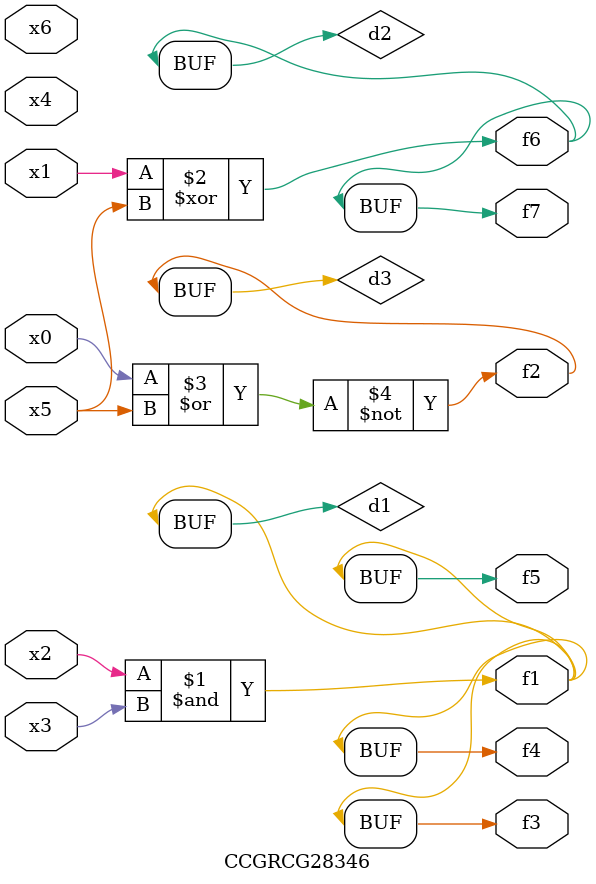
<source format=v>
module CCGRCG28346(
	input x0, x1, x2, x3, x4, x5, x6,
	output f1, f2, f3, f4, f5, f6, f7
);

	wire d1, d2, d3;

	and (d1, x2, x3);
	xor (d2, x1, x5);
	nor (d3, x0, x5);
	assign f1 = d1;
	assign f2 = d3;
	assign f3 = d1;
	assign f4 = d1;
	assign f5 = d1;
	assign f6 = d2;
	assign f7 = d2;
endmodule

</source>
